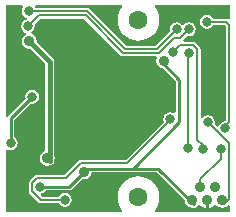
<source format=gbl>
G04 Layer_Physical_Order=2*
G04 Layer_Color=16711680*
%FSAX24Y24*%
%MOIN*%
G70*
G01*
G75*
%ADD23C,0.0070*%
%ADD24C,0.0100*%
%ADD25C,0.0150*%
%ADD27C,0.0354*%
%ADD28C,0.0315*%
%ADD29C,0.0630*%
%ADD30C,0.0157*%
G36*
X012497Y018736D02*
X012466Y018689D01*
X012448Y018600D01*
X012466Y018511D01*
X012516Y018436D01*
X012591Y018386D01*
X012609Y018382D01*
Y018322D01*
X012571Y018314D01*
X012496Y018264D01*
X012446Y018189D01*
X012428Y018100D01*
X012446Y018011D01*
X012496Y017936D01*
X012571Y017886D01*
X012581Y017884D01*
X012588Y017822D01*
X012522Y017778D01*
X012467Y017696D01*
X012448Y017600D01*
X012467Y017504D01*
X012522Y017422D01*
X012604Y017367D01*
X012700Y017348D01*
X012736Y017355D01*
X013232Y016859D01*
Y013939D01*
X013204Y013933D01*
X013122Y013878D01*
X013067Y013796D01*
X013048Y013700D01*
X013067Y013604D01*
X013122Y013522D01*
X013204Y013467D01*
X013300Y013448D01*
X013376Y013463D01*
X013380Y013462D01*
X013437Y013473D01*
X013485Y013505D01*
X013517Y013553D01*
X013524Y013590D01*
X013533Y013604D01*
X013552Y013700D01*
X013533Y013796D01*
X013528Y013804D01*
Y016920D01*
X013517Y016977D01*
X013485Y017025D01*
X012945Y017564D01*
X012952Y017600D01*
X012933Y017696D01*
X012878Y017778D01*
X012796Y017833D01*
X012779Y017836D01*
X012768Y017899D01*
X012824Y017936D01*
X012874Y018011D01*
X012892Y018100D01*
X012879Y018167D01*
X013064Y018353D01*
X014536D01*
X015764Y017124D01*
X015799Y017101D01*
X015840Y017093D01*
X016919D01*
X016949Y017044D01*
X016949Y017034D01*
X016930Y016941D01*
X016949Y016844D01*
X017004Y016762D01*
X017086Y016708D01*
X017152Y016695D01*
X017578Y016269D01*
Y015226D01*
X017519Y015194D01*
X017489Y015214D01*
X017400Y015232D01*
X017311Y015214D01*
X017236Y015164D01*
X017186Y015089D01*
X017168Y015000D01*
X017186Y014912D01*
X015930Y013657D01*
X014434D01*
X014393Y013649D01*
X014358Y013626D01*
X013888Y013156D01*
X012969D01*
X012969Y013156D01*
X012928Y013148D01*
X012893Y013125D01*
X012893Y013125D01*
X012722Y012953D01*
X012699Y012919D01*
X012690Y012878D01*
Y012596D01*
X012699Y012555D01*
X012722Y012520D01*
X013003Y012239D01*
X013003Y012239D01*
X013038Y012215D01*
X013079Y012207D01*
X013687D01*
X013725Y012150D01*
X013800Y012100D01*
X013889Y012082D01*
X013978Y012100D01*
X014053Y012150D01*
X014103Y012226D01*
X014121Y012314D01*
X014103Y012403D01*
X014053Y012478D01*
X013978Y012529D01*
X013889Y012546D01*
X013800Y012529D01*
X013725Y012478D01*
X013687Y012421D01*
X013123D01*
X013082Y012462D01*
X013102Y012526D01*
X013149Y012536D01*
X013224Y012586D01*
X013252Y012628D01*
X014040D01*
X014087Y012637D01*
X014127Y012663D01*
X014474Y013011D01*
X014540Y012998D01*
X014636Y013017D01*
X014718Y013072D01*
X014773Y013154D01*
X014788Y013228D01*
X016956D01*
X017889Y012295D01*
X017907Y012204D01*
X017962Y012122D01*
X018044Y012067D01*
X018140Y012048D01*
X018156Y012051D01*
X018190Y012045D01*
X018237Y012054D01*
X018277Y012080D01*
X018293Y012105D01*
X018318Y012122D01*
X018338Y012151D01*
X018362Y012155D01*
X018407Y012148D01*
X018442Y012102D01*
X018500Y012058D01*
X018568Y012030D01*
X018590Y012027D01*
Y012300D01*
X018690D01*
Y012027D01*
X018712Y012030D01*
X018780Y012058D01*
X018838Y012102D01*
X018873Y012148D01*
X018918Y012155D01*
X018942Y012151D01*
X018962Y012122D01*
X019044Y012067D01*
X019140Y012048D01*
X019236Y012067D01*
X019318Y012122D01*
X019327Y012135D01*
X019386Y012117D01*
Y011913D01*
X016901D01*
X016876Y011967D01*
X016916Y012016D01*
X016980Y012136D01*
X017020Y012266D01*
X017033Y012402D01*
X017020Y012537D01*
X016980Y012667D01*
X016916Y012787D01*
X016830Y012893D01*
X016724Y012979D01*
X016604Y013043D01*
X016474Y013083D01*
X016339Y013096D01*
X016203Y013083D01*
X016073Y013043D01*
X015953Y012979D01*
X015848Y012893D01*
X015761Y012787D01*
X015697Y012667D01*
X015658Y012537D01*
X015644Y012402D01*
X015658Y012266D01*
X015697Y012136D01*
X015761Y012016D01*
X015802Y011967D01*
X015776Y011913D01*
X011913D01*
Y013967D01*
X011972Y013998D01*
X011991Y013986D01*
X012080Y013968D01*
X012169Y013986D01*
X012244Y014036D01*
X012294Y014111D01*
X012312Y014200D01*
X012294Y014289D01*
X012244Y014364D01*
X012202Y014392D01*
Y014979D01*
X012751Y015528D01*
X012800Y015518D01*
X012889Y015536D01*
X012964Y015586D01*
X013014Y015661D01*
X013032Y015750D01*
X013014Y015839D01*
X012964Y015914D01*
X012889Y015964D01*
X012800Y015982D01*
X012711Y015964D01*
X012636Y015914D01*
X012586Y015839D01*
X012568Y015750D01*
X012578Y015701D01*
X011993Y015117D01*
X011972Y015085D01*
X011939Y015086D01*
X011913Y015095D01*
Y018795D01*
X012466D01*
X012497Y018736D01*
D02*
G37*
G36*
X019386Y018349D02*
X019327Y018332D01*
X019301Y018349D01*
X019260Y018357D01*
X018822D01*
X018784Y018414D01*
X018709Y018464D01*
X018620Y018482D01*
X018531Y018464D01*
X018456Y018414D01*
X018406Y018339D01*
X018388Y018250D01*
X018406Y018161D01*
X018456Y018086D01*
X018531Y018036D01*
X018620Y018018D01*
X018709Y018036D01*
X018784Y018086D01*
X018822Y018143D01*
X019216D01*
X019246Y018113D01*
Y014944D01*
X019232Y014930D01*
X019151Y014914D01*
X019076Y014864D01*
X019026Y014789D01*
X019021Y014764D01*
X018964Y014747D01*
X018879Y014833D01*
X018892Y014900D01*
X018874Y014989D01*
X018824Y015064D01*
X018749Y015114D01*
X018660Y015132D01*
X018571Y015114D01*
X018496Y015064D01*
X018470Y015025D01*
X018411Y015043D01*
Y017327D01*
X018403Y017368D01*
X018380Y017403D01*
X018224Y017558D01*
X018190Y017581D01*
X018149Y017590D01*
X017844D01*
X017820Y017649D01*
X017953Y017781D01*
X018020Y017768D01*
X018109Y017786D01*
X018184Y017836D01*
X018234Y017911D01*
X018252Y018000D01*
X018234Y018089D01*
X018184Y018164D01*
X018109Y018214D01*
X018020Y018232D01*
X017931Y018214D01*
X017856Y018164D01*
X017845Y018147D01*
X017785D01*
X017774Y018164D01*
X017699Y018214D01*
X017610Y018232D01*
X017521Y018214D01*
X017446Y018164D01*
X017396Y018089D01*
X017378Y018000D01*
X017391Y017933D01*
X016906Y017447D01*
X015942D01*
X014714Y018676D01*
X014679Y018699D01*
X014638Y018707D01*
X012913D01*
X012895Y018736D01*
X012928Y018795D01*
X015776D01*
X015802Y018742D01*
X015761Y018693D01*
X015697Y018573D01*
X015658Y018443D01*
X015644Y018307D01*
X015658Y018172D01*
X015697Y018041D01*
X015761Y017921D01*
X015848Y017816D01*
X015953Y017730D01*
X016073Y017666D01*
X016203Y017626D01*
X016339Y017613D01*
X016474Y017626D01*
X016604Y017666D01*
X016724Y017730D01*
X016830Y017816D01*
X016916Y017921D01*
X016980Y018041D01*
X017020Y018172D01*
X017033Y018307D01*
X017020Y018443D01*
X016980Y018573D01*
X016916Y018693D01*
X016876Y018742D01*
X016901Y018795D01*
X019386D01*
Y018349D01*
D02*
G37*
D23*
X012680Y018600D02*
X014638D01*
X014580Y018460D02*
X015840Y017200D01*
X013020Y018460D02*
X014580D01*
X018620Y018250D02*
X019260D01*
X019353Y018157D01*
Y014900D02*
Y018157D01*
X019240Y014787D02*
X019353Y014900D01*
X019240Y014700D02*
Y014787D01*
X019190Y012167D02*
X019353Y012330D01*
Y014207D01*
X018660Y014900D02*
X019353Y014207D01*
X018000Y017180D02*
X018040Y017220D01*
X018149Y017482D02*
X018304Y017327D01*
Y014316D02*
Y017327D01*
X017720Y017700D02*
X018020Y018000D01*
X017540Y017700D02*
X017720D01*
X014638Y018600D02*
X015898Y017340D01*
X014434Y013550D02*
X015975D01*
X013933Y013049D02*
X014434Y013550D01*
X012969Y013049D02*
X013933D01*
X012798Y012878D02*
X012969Y013049D01*
X012798Y012596D02*
Y012878D01*
Y012596D02*
X013079Y012314D01*
X018390Y012733D02*
Y013000D01*
Y012683D02*
Y012733D01*
X013079Y012314D02*
X013889D01*
X015898Y017340D02*
X016950D01*
X015840Y017200D02*
X017040D01*
X016950Y017340D02*
X017610Y018000D01*
X017040Y017200D02*
X017540Y017700D01*
X017500Y017250D02*
X017732Y017482D01*
X018149D01*
X018000Y014050D02*
Y017180D01*
X018940Y012600D02*
Y012720D01*
X018480Y014020D02*
Y014140D01*
X018304Y014316D02*
X018480Y014140D01*
X015975Y013550D02*
X017325Y014900D01*
X019080Y013690D02*
Y014000D01*
X018390Y013000D02*
X019080Y013690D01*
X012660Y018100D02*
X013020Y018460D01*
D24*
X017007Y013350D02*
X018190Y012167D01*
X017700Y014900D02*
Y016320D01*
X016150Y013350D02*
X017700Y014900D01*
X017182Y016838D02*
X017700Y016320D01*
X012080Y015030D02*
X012800Y015750D01*
X012080Y014200D02*
Y015030D01*
X014640Y013350D02*
X016150D01*
X014540Y013250D02*
X014640Y013350D01*
X016150D02*
X017007D01*
X017182Y016838D02*
Y016941D01*
X013060Y012750D02*
X014040D01*
X014540Y013250D01*
D25*
X013380Y013610D02*
Y016920D01*
X013300Y013690D02*
Y013700D01*
Y013690D02*
X013380Y013610D01*
X012700Y017600D02*
X013380Y016920D01*
D27*
X018890Y012733D02*
D03*
X018390D02*
D03*
X019140Y012300D02*
D03*
X018640D02*
D03*
X018140D02*
D03*
X018680Y017750D02*
D03*
X013300Y013700D02*
D03*
X015140Y018600D02*
D03*
X017182Y016941D02*
D03*
X014540Y013250D02*
D03*
X012700Y017600D02*
D03*
D28*
X018620Y018250D02*
D03*
X019240Y014700D02*
D03*
X018040Y017220D02*
D03*
X018600Y016650D02*
D03*
X018020Y018000D02*
D03*
X017610D02*
D03*
X018400Y018600D02*
D03*
X017400Y015000D02*
D03*
X012800Y015750D02*
D03*
X013889Y012314D02*
D03*
X018480Y014020D02*
D03*
X018000Y014050D02*
D03*
X019080Y014000D02*
D03*
X018660Y014900D02*
D03*
X017500Y017250D02*
D03*
X012660Y018100D02*
D03*
X012680Y018600D02*
D03*
X013060Y012750D02*
D03*
X012080Y014200D02*
D03*
D29*
X016339Y018307D02*
D03*
Y012402D02*
D03*
D30*
X015254Y016362D02*
D03*
Y015338D02*
D03*
Y015850D02*
D03*
X015766Y016362D02*
D03*
Y015850D02*
D03*
Y015338D02*
D03*
M02*

</source>
